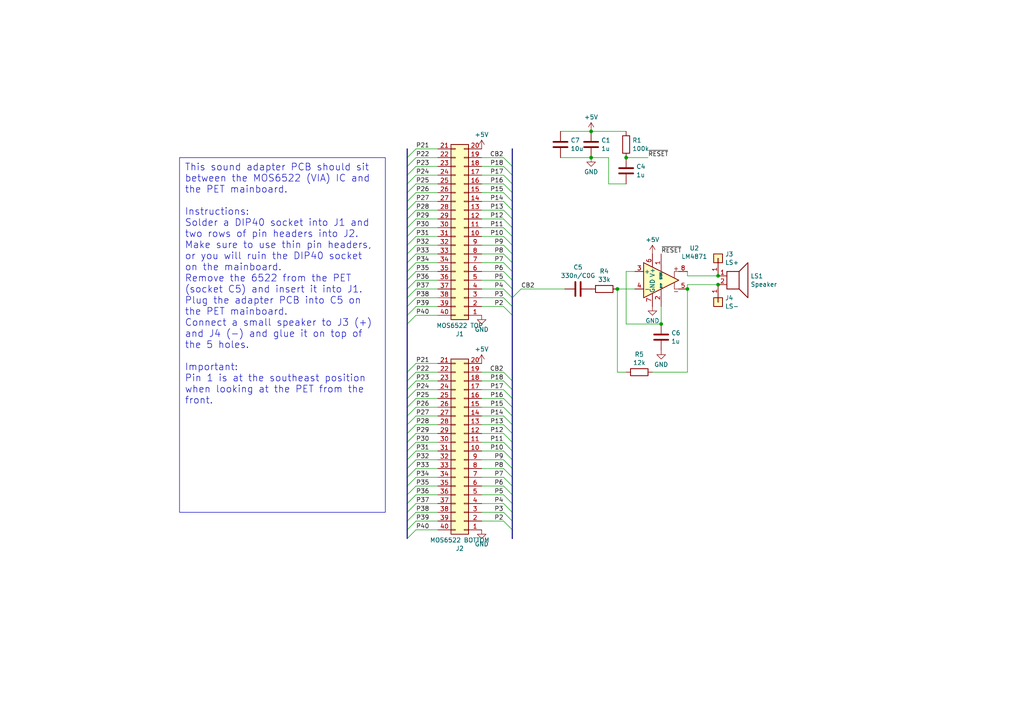
<source format=kicad_sch>
(kicad_sch (version 20230121) (generator eeschema)
  (paper "A4")
  (title_block (title "PET sound adapter") (date "2024-04-10") (rev "2") (company "CCC Basel"))
  (lib_symbols
    (symbol "Amplifier_Audio:LM4990MM" (pin_names (offset 0.127))
      (property "Reference" "U" (at 5.08 7.62 0))
      (property "Value" "LM4990MM" (at 5.08 5.08 0))
      (symbol "LM4990MM_0_1"
        (polyline (pts (xy 3.81 -0.635) (xy 3.81 -2.54) (xy 5.08 -2.54)))
        (polyline (pts (xy 5.08 2.54) (xy 3.81 2.54) (xy 3.81 0.635)))
        (polyline (pts (xy -5.08 5.08) (xy 5.08 0) (xy -5.08 -5.08) (xy -5.08 5.08)) (stroke (width 0.254)) (fill (type background)))
      )
      (symbol "LM4990MM_1_1"
        (polyline (pts (xy 3.81 -3.302) (xy 4.826 -3.302)))
        (polyline (pts (xy 4.318 3.81) (xy 4.318 2.794)))
        (polyline (pts (xy 4.826 3.302) (xy 3.81 3.302)))
        (pin output line (at 0 7.62 270) (length 5.08) (name "~{SHDN}") (number "1"))
        (pin input line (at 0 -7.62 90) (length 5.08) (name "BYP") (number "2"))
        (pin input line (at -7.62 2.54 0) (length 2.54) (name "+") (number "3"))
        (pin input line (at -7.62 -2.54 0) (length 2.54) (name "-") (number "4"))
        (pin output line (at 7.62 -2.54 180) (length 2.54) (name "~") (number "5"))
        (pin power_in line (at -2.54 7.62 270) (length 3.81) (name "V+") (number "6"))
        (pin power_in line (at -2.54 -7.62 90) (length 3.81) (name "GND") (number "7"))
        (pin output line (at 7.62 2.54 180) (length 2.54) (name "~") (number "8"))
      )
    )
    (symbol "Connector_Generic:Conn_01x01" (pin_names (offset 1.016) hide)
      (property "Reference" "J" (at 0 2.54 0))
      (property "Value" "Conn_01x01" (at 0 -2.54 0))
      (symbol "Conn_01x01_1_1"
        (rectangle (start -1.27 0.127) (end 0 -0.127) (stroke (width 0.1524)))
        (rectangle (start -1.27 1.27) (end 1.27 -1.27) (stroke (width 0.254)) (fill (type background)))
        (pin passive line (at -5.08 0 0) (length 3.81) (name "Pin_1") (number "1"))
      )
    )
    (symbol "Connector_Generic:Conn_02x20_Counter_Clockwise" (pin_names (offset 1.016) hide)
      (property "Reference" "J" (at 1.27 25.4 0))
      (property "Value" "Conn_02x20_Counter_Clockwise" (at 1.27 -27.94 0))
      (symbol "Conn_02x20_Counter_Clockwise_1_1"
        (rectangle (start -1.27 -25.273) (end 0 -25.527) (stroke (width 0.1524)))
        (rectangle (start -1.27 -22.733) (end 0 -22.987) (stroke (width 0.1524)))
        (rectangle (start -1.27 -20.193) (end 0 -20.447) (stroke (width 0.1524)))
        (rectangle (start -1.27 -17.653) (end 0 -17.907) (stroke (width 0.1524)))
        (rectangle (start -1.27 -15.113) (end 0 -15.367) (stroke (width 0.1524)))
        (rectangle (start -1.27 -12.573) (end 0 -12.827) (stroke (width 0.1524)))
        (rectangle (start -1.27 -10.033) (end 0 -10.287) (stroke (width 0.1524)))
        (rectangle (start -1.27 -7.493) (end 0 -7.747) (stroke (width 0.1524)))
        (rectangle (start -1.27 -4.953) (end 0 -5.207) (stroke (width 0.1524)))
        (rectangle (start -1.27 -2.413) (end 0 -2.667) (stroke (width 0.1524)))
        (rectangle (start -1.27 0.127) (end 0 -0.127) (stroke (width 0.1524)))
        (rectangle (start -1.27 2.667) (end 0 2.413) (stroke (width 0.1524)))
        (rectangle (start -1.27 5.207) (end 0 4.953) (stroke (width 0.1524)))
        (rectangle (start -1.27 7.747) (end 0 7.493) (stroke (width 0.1524)))
        (rectangle (start -1.27 10.287) (end 0 10.033) (stroke (width 0.1524)))
        (rectangle (start -1.27 12.827) (end 0 12.573) (stroke (width 0.1524)))
        (rectangle (start -1.27 15.367) (end 0 15.113) (stroke (width 0.1524)))
        (rectangle (start -1.27 17.907) (end 0 17.653) (stroke (width 0.1524)))
        (rectangle (start -1.27 20.447) (end 0 20.193) (stroke (width 0.1524)))
        (rectangle (start -1.27 22.987) (end 0 22.733) (stroke (width 0.1524)))
        (rectangle (start -1.27 24.13) (end 3.81 -26.67) (stroke (width 0.254)) (fill (type background)))
        (rectangle (start 3.81 -25.273) (end 2.54 -25.527) (stroke (width 0.1524)))
        (rectangle (start 3.81 -22.733) (end 2.54 -22.987) (stroke (width 0.1524)))
        (rectangle (start 3.81 -20.193) (end 2.54 -20.447) (stroke (width 0.1524)))
        (rectangle (start 3.81 -17.653) (end 2.54 -17.907) (stroke (width 0.1524)))
        (rectangle (start 3.81 -15.113) (end 2.54 -15.367) (stroke (width 0.1524)))
        (rectangle (start 3.81 -12.573) (end 2.54 -12.827) (stroke (width 0.1524)))
        (rectangle (start 3.81 -10.033) (end 2.54 -10.287) (stroke (width 0.1524)))
        (rectangle (start 3.81 -7.493) (end 2.54 -7.747) (stroke (width 0.1524)))
        (rectangle (start 3.81 -4.953) (end 2.54 -5.207) (stroke (width 0.1524)))
        (rectangle (start 3.81 -2.413) (end 2.54 -2.667) (stroke (width 0.1524)))
        (rectangle (start 3.81 0.127) (end 2.54 -0.127) (stroke (width 0.1524)))
        (rectangle (start 3.81 2.667) (end 2.54 2.413) (stroke (width 0.1524)))
        (rectangle (start 3.81 5.207) (end 2.54 4.953) (stroke (width 0.1524)))
        (rectangle (start 3.81 7.747) (end 2.54 7.493) (stroke (width 0.1524)))
        (rectangle (start 3.81 10.287) (end 2.54 10.033) (stroke (width 0.1524)))
        (rectangle (start 3.81 12.827) (end 2.54 12.573) (stroke (width 0.1524)))
        (rectangle (start 3.81 15.367) (end 2.54 15.113) (stroke (width 0.1524)))
        (rectangle (start 3.81 17.907) (end 2.54 17.653) (stroke (width 0.1524)))
        (rectangle (start 3.81 20.447) (end 2.54 20.193) (stroke (width 0.1524)))
        (rectangle (start 3.81 22.987) (end 2.54 22.733) (stroke (width 0.1524)))
        (pin passive line (at -5.08 22.86 0) (length 3.81) (name "Pin_1") (number "1"))
        (pin passive line (at -5.08 0 0) (length 3.81) (name "Pin_10") (number "10"))
        (pin passive line (at -5.08 -2.54 0) (length 3.81) (name "Pin_11") (number "11"))
        (pin passive line (at -5.08 -5.08 0) (length 3.81) (name "Pin_12") (number "12"))
        (pin passive line (at -5.08 -7.62 0) (length 3.81) (name "Pin_13") (number "13"))
        (pin passive line (at -5.08 -10.16 0) (length 3.81) (name "Pin_14") (number "14"))
        (pin passive line (at -5.08 -12.7 0) (length 3.81) (name "Pin_15") (number "15"))
        (pin passive line (at -5.08 -15.24 0) (length 3.81) (name "Pin_16") (number "16"))
        (pin passive line (at -5.08 -17.78 0) (length 3.81) (name "Pin_17") (number "17"))
        (pin passive line (at -5.08 -20.32 0) (length 3.81) (name "Pin_18") (number "18"))
        (pin passive line (at -5.08 -22.86 0) (length 3.81) (name "Pin_19") (number "19"))
        (pin passive line (at -5.08 20.32 0) (length 3.81) (name "Pin_2") (number "2"))
        (pin passive line (at -5.08 -25.4 0) (length 3.81) (name "Pin_20") (number "20"))
        (pin passive line (at 7.62 -25.4 180) (length 3.81) (name "Pin_21") (number "21"))
        (pin passive line (at 7.62 -22.86 180) (length 3.81) (name "Pin_22") (number "22"))
        (pin passive line (at 7.62 -20.32 180) (length 3.81) (name "Pin_23") (number "23"))
        (pin passive line (at 7.62 -17.78 180) (length 3.81) (name "Pin_24") (number "24"))
        (pin passive line (at 7.62 -15.24 180) (length 3.81) (name "Pin_25") (number "25"))
        (pin passive line (at 7.62 -12.7 180) (length 3.81) (name "Pin_26") (number "26"))
        (pin passive line (at 7.62 -10.16 180) (length 3.81) (name "Pin_27") (number "27"))
        (pin passive line (at 7.62 -7.62 180) (length 3.81) (name "Pin_28") (number "28"))
        (pin passive line (at 7.62 -5.08 180) (length 3.81) (name "Pin_29") (number "29"))
        (pin passive line (at -5.08 17.78 0) (length 3.81) (name "Pin_3") (number "3"))
        (pin passive line (at 7.62 -2.54 180) (length 3.81) (name "Pin_30") (number "30"))
        (pin passive line (at 7.62 0 180) (length 3.81) (name "Pin_31") (number "31"))
        (pin passive line (at 7.62 2.54 180) (length 3.81) (name "Pin_32") (number "32"))
        (pin passive line (at 7.62 5.08 180) (length 3.81) (name "Pin_33") (number "33"))
        (pin passive line (at 7.62 7.62 180) (length 3.81) (name "Pin_34") (number "34"))
        (pin passive line (at 7.62 10.16 180) (length 3.81) (name "Pin_35") (number "35"))
        (pin passive line (at 7.62 12.7 180) (length 3.81) (name "Pin_36") (number "36"))
        (pin passive line (at 7.62 15.24 180) (length 3.81) (name "Pin_37") (number "37"))
        (pin passive line (at 7.62 17.78 180) (length 3.81) (name "Pin_38") (number "38"))
        (pin passive line (at 7.62 20.32 180) (length 3.81) (name "Pin_39") (number "39"))
        (pin passive line (at -5.08 15.24 0) (length 3.81) (name "Pin_4") (number "4"))
        (pin passive line (at 7.62 22.86 180) (length 3.81) (name "Pin_40") (number "40"))
        (pin passive line (at -5.08 12.7 0) (length 3.81) (name "Pin_5") (number "5"))
        (pin passive line (at -5.08 10.16 0) (length 3.81) (name "Pin_6") (number "6"))
        (pin passive line (at -5.08 7.62 0) (length 3.81) (name "Pin_7") (number "7"))
        (pin passive line (at -5.08 5.08 0) (length 3.81) (name "Pin_8") (number "8"))
        (pin passive line (at -5.08 2.54 0) (length 3.81) (name "Pin_9") (number "9"))
      )
    )
    (symbol "Device:C" (pin_numbers hide) (pin_names (offset 0.254))
      (property "Reference" "C" (at 0.635 2.54 0))
      (property "Value" "C" (at 0.635 -2.54 0))
      (symbol "C_0_1"
        (polyline (pts (xy -2.032 -0.762) (xy 2.032 -0.762)) (stroke (width 0.508)))
        (polyline (pts (xy -2.032 0.762) (xy 2.032 0.762)) (stroke (width 0.508)))
      )
      (symbol "C_1_1"
        (pin passive line (at 0 3.81 270) (length 2.794) (name "~") (number "1"))
        (pin passive line (at 0 -3.81 90) (length 2.794) (name "~") (number "2"))
      )
    )
    (symbol "Device:R" (pin_numbers hide) (pin_names (offset 0))
      (property "Reference" "R" (at 2.032 0 90))
      (property "Value" "R" (at 0 0 90))
      (symbol "R_0_1"
        (rectangle (start -1.016 -2.54) (end 1.016 2.54) (stroke (width 0.254)))
      )
      (symbol "R_1_1"
        (pin passive line (at 0 3.81 270) (length 1.27) (name "~") (number "1"))
        (pin passive line (at 0 -3.81 90) (length 1.27) (name "~") (number "2"))
      )
    )
    (symbol "Device:Speaker" (pin_names (offset 0) hide)
      (property "Reference" "LS" (at 1.27 5.715 0))
      (property "Value" "Speaker" (at 1.27 3.81 0))
      (symbol "Speaker_0_0"
        (rectangle (start -2.54 1.27) (end 1.016 -3.81) (stroke (width 0.254)))
        (polyline (pts (xy 1.016 1.27) (xy 3.556 3.81) (xy 3.556 -6.35) (xy 1.016 -3.81)) (stroke (width 0.254)))
      )
      (symbol "Speaker_1_1"
        (pin input line (at -5.08 0 0) (length 2.54) (name "1") (number "1"))
        (pin input line (at -5.08 -2.54 0) (length 2.54) (name "2") (number "2"))
      )
    )
    (symbol "power:+5V" (power) (pin_names (offset 0))
      (property "Value" "+5V" (at 0 3.556 0))
      (symbol "+5V_0_1"
        (polyline (pts (xy -0.762 1.27) (xy 0 2.54)))
        (polyline (pts (xy 0 0) (xy 0 2.54)))
        (polyline (pts (xy 0 2.54) (xy 0.762 1.27)))
      )
      (symbol "+5V_1_1"
        (pin power_in line (at 0 0 90) (length 0) hide (name "+5V") (number "1"))
      )
    )
    (symbol "power:GND" (power) (pin_names (offset 0))
      (property "Value" "GND" (at 0 -3.81 0))
      (symbol "GND_0_1"
        (polyline (pts (xy 0 0) (xy 0 -1.27) (xy 1.27 -1.27) (xy 0 -2.54) (xy -1.27 -1.27) (xy 0 -1.27)))
      )
      (symbol "GND_1_1"
        (pin power_in line (at 0 0 270) (length 0) hide (name "GND") (number "1"))
      )
    )
  )
  (junction (at 171.45 45.72))
  (junction (at 171.45 38.1))
  (junction (at 179.07 83.82))
  (junction (at 208.28 82.55))
  (junction (at 199.39 83.82))
  (junction (at 191.77 93.98))
  (junction (at 208.28 80.01))
  (junction (at 181.61 45.72))
  (bus_entry (at 118.11 58.42) (size 2.54 -2.54))
  (bus_entry (at 118.11 50.8) (size 2.54 -2.54))
  (bus_entry (at 118.11 48.26) (size 2.54 -2.54))
  (bus_entry (at 118.11 156.21) (size 2.54 -2.54))
  (bus_entry (at 118.11 123.19) (size 2.54 -2.54))
  (bus_entry (at 118.11 130.81) (size 2.54 -2.54))
  (bus_entry (at 118.11 113.03) (size 2.54 -2.54))
  (bus_entry (at 148.59 48.26) (size -2.54 -2.54))
  (bus_entry (at 118.11 66.04) (size 2.54 -2.54))
  (bus_entry (at 148.59 71.12) (size -2.54 -2.54))
  (bus_entry (at 118.11 128.27) (size 2.54 -2.54))
  (bus_entry (at 118.11 133.35) (size 2.54 -2.54))
  (bus_entry (at 148.59 88.9) (size -2.54 -2.54))
  (bus_entry (at 148.59 143.51) (size -2.54 -2.54))
  (bus_entry (at 118.11 120.65) (size 2.54 -2.54))
  (bus_entry (at 118.11 135.89) (size 2.54 -2.54))
  (bus_entry (at 118.11 107.95) (size 2.54 -2.54))
  (bus_entry (at 148.59 146.05) (size -2.54 -2.54))
  (bus_entry (at 148.59 55.88) (size -2.54 -2.54))
  (bus_entry (at 118.11 78.74) (size 2.54 -2.54))
  (bus_entry (at 118.11 76.2) (size 2.54 -2.54))
  (bus_entry (at 118.11 148.59) (size 2.54 -2.54))
  (bus_entry (at 118.11 63.5) (size 2.54 -2.54))
  (bus_entry (at 148.59 53.34) (size -2.54 -2.54))
  (bus_entry (at 118.11 91.44) (size 2.54 -2.54))
  (bus_entry (at 148.59 86.36) (size 2.54 -2.54))
  (bus_entry (at 118.11 55.88) (size 2.54 -2.54))
  (bus_entry (at 148.59 113.03) (size -2.54 -2.54))
  (bus_entry (at 148.59 91.44) (size -2.54 -2.54))
  (bus_entry (at 118.11 88.9) (size 2.54 -2.54))
  (bus_entry (at 118.11 118.11) (size 2.54 -2.54))
  (bus_entry (at 148.59 153.67) (size -2.54 -2.54))
  (bus_entry (at 118.11 81.28) (size 2.54 -2.54))
  (bus_entry (at 148.59 151.13) (size -2.54 -2.54))
  (bus_entry (at 148.59 68.58) (size -2.54 -2.54))
  (bus_entry (at 118.11 73.66) (size 2.54 -2.54))
  (bus_entry (at 118.11 68.58) (size 2.54 -2.54))
  (bus_entry (at 148.59 63.5) (size -2.54 -2.54))
  (bus_entry (at 148.59 73.66) (size -2.54 -2.54))
  (bus_entry (at 148.59 130.81) (size -2.54 -2.54))
  (bus_entry (at 118.11 115.57) (size 2.54 -2.54))
  (bus_entry (at 118.11 138.43) (size 2.54 -2.54))
  (bus_entry (at 148.59 125.73) (size -2.54 -2.54))
  (bus_entry (at 148.59 115.57) (size -2.54 -2.54))
  (bus_entry (at 148.59 83.82) (size -2.54 -2.54))
  (bus_entry (at 148.59 128.27) (size -2.54 -2.54))
  (bus_entry (at 118.11 71.12) (size 2.54 -2.54))
  (bus_entry (at 148.59 110.49) (size -2.54 -2.54))
  (bus_entry (at 148.59 60.96) (size -2.54 -2.54))
  (bus_entry (at 118.11 45.72) (size 2.54 -2.54))
  (bus_entry (at 118.11 83.82) (size 2.54 -2.54))
  (bus_entry (at 118.11 146.05) (size 2.54 -2.54))
  (bus_entry (at 148.59 133.35) (size -2.54 -2.54))
  (bus_entry (at 118.11 53.34) (size 2.54 -2.54))
  (bus_entry (at 118.11 153.67) (size 2.54 -2.54))
  (bus_entry (at 118.11 110.49) (size 2.54 -2.54))
  (bus_entry (at 148.59 135.89) (size -2.54 -2.54))
  (bus_entry (at 148.59 86.36) (size -2.54 -2.54))
  (bus_entry (at 118.11 143.51) (size 2.54 -2.54))
  (bus_entry (at 118.11 93.98) (size 2.54 -2.54))
  (bus_entry (at 148.59 123.19) (size -2.54 -2.54))
  (bus_entry (at 148.59 78.74) (size -2.54 -2.54))
  (bus_entry (at 118.11 151.13) (size 2.54 -2.54))
  (bus_entry (at 148.59 58.42) (size -2.54 -2.54))
  (bus_entry (at 148.59 66.04) (size -2.54 -2.54))
  (bus_entry (at 148.59 120.65) (size -2.54 -2.54))
  (bus_entry (at 148.59 81.28) (size -2.54 -2.54))
  (bus_entry (at 148.59 50.8) (size -2.54 -2.54))
  (bus_entry (at 118.11 140.97) (size 2.54 -2.54))
  (bus_entry (at 148.59 140.97) (size -2.54 -2.54))
  (bus_entry (at 148.59 76.2) (size -2.54 -2.54))
  (bus_entry (at 118.11 60.96) (size 2.54 -2.54))
  (bus_entry (at 148.59 148.59) (size -2.54 -2.54))
  (bus_entry (at 118.11 125.73) (size 2.54 -2.54))
  (bus_entry (at 148.59 118.11) (size -2.54 -2.54))
  (bus_entry (at 118.11 86.36) (size 2.54 -2.54))
  (bus_entry (at 148.59 138.43) (size -2.54 -2.54))
  (wire (pts (xy 181.61 78.74) (xy 184.15 78.74)))
  (bus (pts (xy 118.11 143.51) (xy 118.11 146.05)))
  (wire (pts (xy 120.65 130.81) (xy 127 130.81)))
  (bus (pts (xy 118.11 138.43) (xy 118.11 140.97)))
  (bus (pts (xy 118.11 50.8) (xy 118.11 53.34)))
  (wire (pts (xy 120.65 118.11) (xy 127 118.11)))
  (wire (pts (xy 146.05 48.26) (xy 139.7 48.26)))
  (bus (pts (xy 118.11 88.9) (xy 118.11 91.44)))
  (bus (pts (xy 148.59 48.26) (xy 148.59 50.8)))
  (bus (pts (xy 148.59 63.5) (xy 148.59 66.04)))
  (wire (pts (xy 191.77 88.9) (xy 191.77 93.98)))
  (wire (pts (xy 181.61 45.72) (xy 187.96 45.72)))
  (wire (pts (xy 146.05 110.49) (xy 139.7 110.49)))
  (bus (pts (xy 118.11 120.65) (xy 118.11 123.19)))
  (bus (pts (xy 148.59 58.42) (xy 148.59 60.96)))
  (bus (pts (xy 148.59 128.27) (xy 148.59 130.81)))
  (bus (pts (xy 148.59 53.34) (xy 148.59 55.88)))
  (bus (pts (xy 118.11 63.5) (xy 118.11 66.04)))
  (wire (pts (xy 120.65 83.82) (xy 127 83.82)))
  (bus (pts (xy 148.59 88.9) (xy 148.59 91.44)))
  (wire (pts (xy 146.05 123.19) (xy 139.7 123.19)))
  (bus (pts (xy 148.59 83.82) (xy 148.59 86.36)))
  (wire (pts (xy 179.07 83.82) (xy 179.07 107.95)))
  (wire (pts (xy 120.65 125.73) (xy 127 125.73)))
  (wire (pts (xy 146.05 130.81) (xy 139.7 130.81)))
  (wire (pts (xy 120.65 53.34) (xy 127 53.34)))
  (wire (pts (xy 120.65 148.59) (xy 127 148.59)))
  (wire (pts (xy 120.65 76.2) (xy 127 76.2)))
  (wire (pts (xy 146.05 86.36) (xy 139.7 86.36)))
  (wire (pts (xy 146.05 76.2) (xy 139.7 76.2)))
  (wire (pts (xy 146.05 73.66) (xy 139.7 73.66)))
  (wire (pts (xy 146.05 146.05) (xy 139.7 146.05)))
  (wire (pts (xy 120.65 73.66) (xy 127 73.66)))
  (wire (pts (xy 120.65 151.13) (xy 127 151.13)))
  (bus (pts (xy 118.11 115.57) (xy 118.11 118.11)))
  (wire (pts (xy 120.65 113.03) (xy 127 113.03)))
  (wire (pts (xy 120.65 105.41) (xy 127 105.41)))
  (wire (pts (xy 120.65 66.04) (xy 127 66.04)))
  (wire (pts (xy 120.65 135.89) (xy 127 135.89)))
  (bus (pts (xy 118.11 43.18) (xy 118.11 45.72)))
  (bus (pts (xy 118.11 148.59) (xy 118.11 151.13)))
  (bus (pts (xy 148.59 143.51) (xy 148.59 146.05)))
  (bus (pts (xy 118.11 151.13) (xy 118.11 153.67)))
  (wire (pts (xy 146.05 71.12) (xy 139.7 71.12)))
  (wire (pts (xy 120.65 143.51) (xy 127 143.51)))
  (bus (pts (xy 148.59 66.04) (xy 148.59 68.58)))
  (wire (pts (xy 146.05 68.58) (xy 139.7 68.58)))
  (bus (pts (xy 148.59 81.28) (xy 148.59 83.82)))
  (bus (pts (xy 148.59 140.97) (xy 148.59 143.51)))
  (bus (pts (xy 118.11 58.42) (xy 118.11 60.96)))
  (bus (pts (xy 118.11 135.89) (xy 118.11 138.43)))
  (wire (pts (xy 120.65 58.42) (xy 127 58.42)))
  (wire (pts (xy 146.05 118.11) (xy 139.7 118.11)))
  (wire (pts (xy 146.05 45.72) (xy 139.7 45.72)))
  (bus (pts (xy 148.59 78.74) (xy 148.59 81.28)))
  (bus (pts (xy 148.59 148.59) (xy 148.59 151.13)))
  (bus (pts (xy 148.59 125.73) (xy 148.59 128.27)))
  (bus (pts (xy 118.11 71.12) (xy 118.11 73.66)))
  (bus (pts (xy 118.11 146.05) (xy 118.11 148.59)))
  (wire (pts (xy 162.56 45.72) (xy 171.45 45.72)))
  (wire (pts (xy 146.05 133.35) (xy 139.7 133.35)))
  (wire (pts (xy 146.05 128.27) (xy 139.7 128.27)))
  (bus (pts (xy 118.11 60.96) (xy 118.11 63.5)))
  (bus (pts (xy 118.11 55.88) (xy 118.11 58.42)))
  (wire (pts (xy 120.65 138.43) (xy 127 138.43)))
  (wire (pts (xy 146.05 115.57) (xy 139.7 115.57)))
  (bus (pts (xy 118.11 130.81) (xy 118.11 133.35)))
  (wire (pts (xy 146.05 88.9) (xy 139.7 88.9)))
  (bus (pts (xy 148.59 151.13) (xy 148.59 153.67)))
  (wire (pts (xy 146.05 138.43) (xy 139.7 138.43)))
  (bus (pts (xy 148.59 123.19) (xy 148.59 125.73)))
  (wire (pts (xy 176.53 45.72) (xy 176.53 53.34)))
  (wire (pts (xy 120.65 50.8) (xy 127 50.8)))
  (wire (pts (xy 146.05 60.96) (xy 139.7 60.96)))
  (wire (pts (xy 120.65 115.57) (xy 127 115.57)))
  (wire (pts (xy 146.05 140.97) (xy 139.7 140.97)))
  (wire (pts (xy 146.05 55.88) (xy 139.7 55.88)))
  (wire (pts (xy 146.05 83.82) (xy 139.7 83.82)))
  (bus (pts (xy 148.59 115.57) (xy 148.59 118.11)))
  (wire (pts (xy 191.77 93.98) (xy 181.61 93.98)))
  (bus (pts (xy 118.11 83.82) (xy 118.11 86.36)))
  (bus (pts (xy 148.59 133.35) (xy 148.59 135.89)))
  (wire (pts (xy 146.05 58.42) (xy 139.7 58.42)))
  (wire (pts (xy 120.65 110.49) (xy 127 110.49)))
  (wire (pts (xy 120.65 81.28) (xy 127 81.28)))
  (wire (pts (xy 171.45 45.72) (xy 176.53 45.72)))
  (bus (pts (xy 148.59 68.58) (xy 148.59 71.12)))
  (bus (pts (xy 118.11 45.72) (xy 118.11 48.26)))
  (bus (pts (xy 118.11 91.44) (xy 118.11 93.98)))
  (bus (pts (xy 118.11 125.73) (xy 118.11 128.27)))
  (bus (pts (xy 148.59 50.8) (xy 148.59 53.34)))
  (wire (pts (xy 146.05 78.74) (xy 139.7 78.74)))
  (wire (pts (xy 199.39 80.01) (xy 199.39 78.74)))
  (bus (pts (xy 148.59 138.43) (xy 148.59 140.97)))
  (bus (pts (xy 118.11 128.27) (xy 118.11 130.81)))
  (wire (pts (xy 120.65 78.74) (xy 127 78.74)))
  (bus (pts (xy 118.11 140.97) (xy 118.11 143.51)))
  (wire (pts (xy 120.65 71.12) (xy 127 71.12)))
  (wire (pts (xy 146.05 66.04) (xy 139.7 66.04)))
  (wire (pts (xy 171.45 38.1) (xy 181.61 38.1)))
  (wire (pts (xy 120.65 91.44) (xy 127 91.44)))
  (wire (pts (xy 179.07 107.95) (xy 181.61 107.95)))
  (bus (pts (xy 118.11 153.67) (xy 118.11 156.21)))
  (bus (pts (xy 118.11 78.74) (xy 118.11 81.28)))
  (wire (pts (xy 120.65 63.5) (xy 127 63.5)))
  (bus (pts (xy 148.59 91.44) (xy 148.59 110.49)))
  (bus (pts (xy 148.59 55.88) (xy 148.59 58.42)))
  (wire (pts (xy 176.53 53.34) (xy 181.61 53.34)))
  (bus (pts (xy 148.59 86.36) (xy 148.59 88.9)))
  (wire (pts (xy 199.39 80.01) (xy 208.28 80.01)))
  (bus (pts (xy 118.11 110.49) (xy 118.11 113.03)))
  (bus (pts (xy 118.11 68.58) (xy 118.11 71.12)))
  (bus (pts (xy 118.11 81.28) (xy 118.11 83.82)))
  (wire (pts (xy 120.65 45.72) (xy 127 45.72)))
  (bus (pts (xy 118.11 73.66) (xy 118.11 76.2)))
  (bus (pts (xy 118.11 118.11) (xy 118.11 120.65)))
  (bus (pts (xy 118.11 93.98) (xy 118.11 107.95)))
  (bus (pts (xy 148.59 60.96) (xy 148.59 63.5)))
  (bus (pts (xy 148.59 73.66) (xy 148.59 76.2)))
  (wire (pts (xy 146.05 148.59) (xy 139.7 148.59)))
  (wire (pts (xy 120.65 68.58) (xy 127 68.58)))
  (bus (pts (xy 118.11 48.26) (xy 118.11 50.8)))
  (wire (pts (xy 146.05 113.03) (xy 139.7 113.03)))
  (bus (pts (xy 118.11 107.95) (xy 118.11 110.49)))
  (wire (pts (xy 120.65 107.95) (xy 127 107.95)))
  (bus (pts (xy 148.59 120.65) (xy 148.59 123.19)))
  (wire (pts (xy 146.05 63.5) (xy 139.7 63.5)))
  (bus (pts (xy 118.11 133.35) (xy 118.11 135.89)))
  (wire (pts (xy 146.05 143.51) (xy 139.7 143.51)))
  (bus (pts (xy 118.11 53.34) (xy 118.11 55.88)))
  (wire (pts (xy 120.65 86.36) (xy 127 86.36)))
  (bus (pts (xy 148.59 110.49) (xy 148.59 113.03)))
  (bus (pts (xy 118.11 66.04) (xy 118.11 68.58)))
  (wire (pts (xy 184.15 83.82) (xy 179.07 83.82)))
  (wire (pts (xy 189.23 107.95) (xy 199.39 107.95)))
  (bus (pts (xy 148.59 118.11) (xy 148.59 120.65)))
  (wire (pts (xy 120.65 48.26) (xy 127 48.26)))
  (wire (pts (xy 120.65 140.97) (xy 127 140.97)))
  (wire (pts (xy 120.65 43.18) (xy 127 43.18)))
  (wire (pts (xy 120.65 60.96) (xy 127 60.96)))
  (bus (pts (xy 118.11 86.36) (xy 118.11 88.9)))
  (wire (pts (xy 120.65 133.35) (xy 127 133.35)))
  (wire (pts (xy 120.65 146.05) (xy 127 146.05)))
  (bus (pts (xy 148.59 113.03) (xy 148.59 115.57)))
  (wire (pts (xy 120.65 128.27) (xy 127 128.27)))
  (bus (pts (xy 148.59 71.12) (xy 148.59 73.66)))
  (wire (pts (xy 146.05 50.8) (xy 139.7 50.8)))
  (wire (pts (xy 146.05 125.73) (xy 139.7 125.73)))
  (bus (pts (xy 148.59 76.2) (xy 148.59 78.74)))
  (bus (pts (xy 148.59 43.18) (xy 148.59 48.26)))
  (wire (pts (xy 120.65 120.65) (xy 127 120.65)))
  (bus (pts (xy 148.59 146.05) (xy 148.59 148.59)))
  (wire (pts (xy 146.05 120.65) (xy 139.7 120.65)))
  (wire (pts (xy 162.56 38.1) (xy 171.45 38.1)))
  (wire (pts (xy 120.65 123.19) (xy 127 123.19)))
  (wire (pts (xy 151.13 83.82) (xy 163.83 83.82)))
  (bus (pts (xy 148.59 130.81) (xy 148.59 133.35)))
  (wire (pts (xy 120.65 88.9) (xy 127 88.9)))
  (bus (pts (xy 148.59 153.67) (xy 148.59 156.21)))
  (bus (pts (xy 118.11 123.19) (xy 118.11 125.73)))
  (wire (pts (xy 181.61 93.98) (xy 181.61 78.74)))
  (wire (pts (xy 146.05 53.34) (xy 139.7 53.34)))
  (wire (pts (xy 146.05 107.95) (xy 139.7 107.95)))
  (wire (pts (xy 120.65 153.67) (xy 127 153.67)))
  (bus (pts (xy 118.11 113.03) (xy 118.11 115.57)))
  (bus (pts (xy 148.59 135.89) (xy 148.59 138.43)))
  (wire (pts (xy 199.39 107.95) (xy 199.39 83.82)))
  (wire (pts (xy 208.28 82.55) (xy 199.39 82.55)))
  (wire (pts (xy 146.05 151.13) (xy 139.7 151.13)))
  (wire (pts (xy 199.39 82.55) (xy 199.39 83.82)))
  (wire (pts (xy 146.05 135.89) (xy 139.7 135.89)))
  (bus (pts (xy 118.11 76.2) (xy 118.11 78.74)))
  (wire (pts (xy 146.05 81.28) (xy 139.7 81.28)))
  (wire (pts (xy 120.65 55.88) (xy 127 55.88)))
  (text_box "This sound adapter PCB should sit between the MOS6522 (VIA) IC and the PET mainboard.\n\nInstructions:\nSolder a DIP40 socket into J1 and two rows of pin headers into J2.\nMake sure to use thin pin headers, or you will ruin the DIP40 socket on the mainboard.\nRemove the 6522 from the PET (socket C5) and insert it into J1.\nPlug the adapter PCB into C5 on the PET mainboard.\nConnect a small speaker to J3 (+) and J4 (-) and glue it on top of the 5 holes.\n\nImportant:\nPin 1 is at the southeast position when looking at the PET from the front.\n" (at 52.07 45.72 0) (size 59.69 102.87) (effects (font (size 2 2)) (justify left top)))
  (label "P27" (at 120.65 120.65 0))
  (label "P21" (at 120.65 105.41 0))
  (label "P17" (at 146.05 50.8 180))
  (label "P15" (at 146.05 118.11 180))
  (label "~{RESET}" (at 191.77 73.66 0))
  (label "P35" (at 120.65 78.74 0))
  (label "P29" (at 120.65 63.5 0))
  (label "P25" (at 120.65 115.57 0))
  (label "P2" (at 146.05 88.9 180))
  (label "P13" (at 146.05 60.96 180))
  (label "P36" (at 120.65 81.28 0))
  (label "CB2" (at 146.05 45.72 180))
  (label "P38" (at 120.65 86.36 0))
  (label "P39" (at 120.65 151.13 0))
  (label "P23" (at 120.65 48.26 0))
  (label "P10" (at 146.05 68.58 180))
  (label "P39" (at 120.65 88.9 0))
  (label "P12" (at 146.05 63.5 180))
  (label "P6" (at 146.05 140.97 180))
  (label "P40" (at 120.65 91.44 0))
  (label "P4" (at 146.05 146.05 180))
  (label "P31" (at 120.65 68.58 0))
  (label "P16" (at 146.05 115.57 180))
  (label "P13" (at 146.05 123.19 180))
  (label "P33" (at 120.65 73.66 0))
  (label "P36" (at 120.65 143.51 0))
  (label "P28" (at 120.65 123.19 0))
  (label "P14" (at 146.05 58.42 180))
  (label "P18" (at 146.05 110.49 180))
  (label "P26" (at 120.65 55.88 0))
  (label "P8" (at 146.05 73.66 180))
  (label "P23" (at 120.65 110.49 0))
  (label "P26" (at 120.65 118.11 0))
  (label "P30" (at 120.65 66.04 0))
  (label "P7" (at 146.05 138.43 180))
  (label "P27" (at 120.65 58.42 0))
  (label "CB2" (at 146.05 107.95 180))
  (label "P31" (at 120.65 130.81 0))
  (label "P37" (at 120.65 146.05 0))
  (label "P2" (at 146.05 151.13 180))
  (label "P32" (at 120.65 133.35 0))
  (label "P3" (at 146.05 86.36 180))
  (label "P21" (at 120.65 43.18 0))
  (label "P7" (at 146.05 76.2 180))
  (label "P25" (at 120.65 53.34 0))
  (label "P11" (at 146.05 66.04 180))
  (label "P17" (at 146.05 113.03 180))
  (label "P22" (at 120.65 107.95 0))
  (label "P29" (at 120.65 125.73 0))
  (label "P6" (at 146.05 78.74 180))
  (label "P32" (at 120.65 71.12 0))
  (label "P28" (at 120.65 60.96 0))
  (label "P30" (at 120.65 128.27 0))
  (label "P3" (at 146.05 148.59 180))
  (label "P12" (at 146.05 125.73 180))
  (label "P4" (at 146.05 83.82 180))
  (label "P5" (at 146.05 81.28 180))
  (label "P15" (at 146.05 55.88 180))
  (label "P16" (at 146.05 53.34 180))
  (label "P37" (at 120.65 83.82 0))
  (label "P34" (at 120.65 138.43 0))
  (label "P8" (at 146.05 135.89 180))
  (label "P33" (at 120.65 135.89 0))
  (label "P24" (at 120.65 50.8 0))
  (label "P5" (at 146.05 143.51 180))
  (label "P9" (at 146.05 71.12 180))
  (label "P10" (at 146.05 130.81 180))
  (label "P18" (at 146.05 48.26 180))
  (label "P38" (at 120.65 148.59 0))
  (label "~{RESET}" (at 187.96 45.72 0))
  (label "P24" (at 120.65 113.03 0))
  (label "P14" (at 146.05 120.65 180))
  (label "CB2" (at 151.13 83.82 0))
  (label "P11" (at 146.05 128.27 180))
  (label "P22" (at 120.65 45.72 0))
  (label "P34" (at 120.65 76.2 0))
  (label "P40" (at 120.65 153.67 0))
  (label "P35" (at 120.65 140.97 0))
  (label "P9" (at 146.05 133.35 180))
  (symbol (lib_id "power:GND") (at 189.23 88.9 0) (unit 1)
    (property "Reference" "#PWR07" (effects hide))
    (property "Value" "GND" (at 189.23 93.0331 0))
  )
  (symbol (lib_id "Connector_Generic:Conn_02x20_Counter_Clockwise") (at 134.62 68.58 180) (unit 1)
    (property "Reference" "J1" (at 133.35 96.8543 0))
    (property "Value" "MOS6522 TOP" (at 133.35 94.4301 0))
    (property "Footprint" "Package_DIP:DIP-40_W15.24mm_LongPads" (effects hide))
  )
  (symbol (lib_id "Device:C") (at 181.61 49.53 180) (unit 1)
    (property "Reference" "C4" (at 184.531 48.3179 0) (effects (justify right)))
    (property "Value" "1u" (at 184.531 50.7421 0) (effects (justify right)))
    (property "Footprint" "Capacitor_SMD:C_0805_2012Metric" (effects hide))
  )
  (symbol (lib_id "Device:C") (at 171.45 41.91 0) (unit 1)
    (property "Reference" "C1" (at 174.371 40.6979 0) (effects (justify left)))
    (property "Value" "1u" (at 174.371 43.1221 0) (effects (justify left)))
    (property "Footprint" "Capacitor_SMD:C_0805_2012Metric" (effects hide))
  )
  (symbol (lib_id "Connector_Generic:Conn_02x20_Counter_Clockwise") (at 134.62 130.81 180) (unit 1)
    (property "Reference" "J2" (at 133.35 159.0843 0))
    (property "Value" "MOS6522 BOTTOM" (at 133.35 156.6601 0))
    (property "Footprint" "Package_DIP:DIP-40_W15.24mm_LongPads" (effects hide))
  )
  (symbol (lib_id "Device:C") (at 167.64 83.82 90) (unit 1)
    (property "Reference" "C5" (at 167.64 77.5167 90))
    (property "Value" "330n/C0G" (at 167.64 79.9409 90))
    (property "Footprint" "Capacitor_SMD:C_1206_3216Metric" (effects hide))
  )
  (symbol (lib_id "power:+5V") (at 171.45 38.1 0) (unit 1)
    (property "Reference" "#PWR03" (effects hide))
    (property "Value" "+5V" (at 171.45 33.9669 0))
  )
  (symbol (lib_id "power:GND") (at 139.7 153.67 0) (unit 1)
    (property "Reference" "#PWR09" (effects hide))
    (property "Value" "GND" (at 139.7 157.8031 0))
  )
  (symbol (lib_id "Amplifier_Audio:LM4990MM") (at 191.77 81.28 0) (unit 1)
    (property "Reference" "U2" (at 201.3819 71.9856 0))
    (property "Value" "LM4871" (at 201.3819 74.4098 0))
    (property "Footprint" "Package_SO:SOIC-8_3.9x4.9mm_P1.27mm" (effects hide))
    (property "Datasheet" "http://www.ti.com/lit/ds/symlink/lm4990.pdf" (effects hide))
    (property "Alternate" "PAM8302AAD" (effects hide))
  )
  (symbol (lib_id "power:GND") (at 191.77 101.6 0) (unit 1)
    (property "Reference" "#PWR011" (effects hide))
    (property "Value" "GND" (at 191.77 105.7331 0))
  )
  (symbol (lib_id "power:GND") (at 139.7 91.44 0) (unit 1)
    (property "Reference" "#PWR02" (effects hide))
    (property "Value" "GND" (at 139.7 95.5731 0))
  )
  (symbol (lib_id "Device:R") (at 185.42 107.95 90) (unit 1)
    (property "Reference" "R5" (at 185.42 102.7897 90))
    (property "Value" "12k" (at 185.42 105.2139 90))
    (property "Footprint" "Resistor_SMD:R_0805_2012Metric" (effects hide))
  )
  (symbol (lib_id "power:GND") (at 171.45 45.72 0) (unit 1)
    (property "Reference" "#PWR04" (effects hide))
    (property "Value" "GND" (at 171.45 49.8531 0))
  )
  (symbol (lib_id "Device:C") (at 191.77 97.79 180) (unit 1)
    (property "Reference" "C6" (at 194.691 96.5779 0) (effects (justify right)))
    (property "Value" "1u" (at 194.691 99.0021 0) (effects (justify right)))
    (property "Footprint" "Capacitor_SMD:C_0805_2012Metric" (effects hide))
  )
  (symbol (lib_id "Device:Speaker") (at 213.36 80.01 0) (unit 1) (on_board no)
    (property "Reference" "LS1" (at 217.678 80.0679 0) (effects (justify left)))
    (property "Value" "Speaker" (at 217.678 82.4921 0) (effects (justify left)))
    (property "Footprint" "Connector_PinHeader_2.54mm:PinHeader_1x02_P2.54mm_Vertical" (effects hide))
  )
  (symbol (lib_id "Device:R") (at 175.26 83.82 90) (unit 1)
    (property "Reference" "R4" (at 175.26 78.6597 90))
    (property "Value" "33k" (at 175.26 81.0839 90))
    (property "Footprint" "Resistor_SMD:R_0805_2012Metric" (effects hide))
  )
  (symbol (lib_id "Connector_Generic:Conn_01x01") (at 208.28 74.93 90) (unit 1)
    (property "Reference" "J3" (at 210.312 73.7179 90) (effects (justify right)))
    (property "Value" "LS+" (at 210.312 76.1421 90) (effects (justify right)))
    (property "Footprint" "Connector_Pin:Pin_D1.0mm_L10.0mm" (effects hide))
  )
  (symbol (lib_id "power:+5V") (at 139.7 43.18 0) (unit 1)
    (property "Reference" "#PWR01" (effects hide))
    (property "Value" "+5V" (at 139.7 39.0469 0))
  )
  (symbol (lib_id "power:+5V") (at 189.23 73.66 0) (unit 1)
    (property "Reference" "#PWR012" (effects hide))
    (property "Value" "+5V" (at 189.23 69.5269 0))
  )
  (symbol (lib_id "Device:C") (at 162.56 41.91 0) (unit 1)
    (property "Reference" "C7" (at 165.481 40.6979 0) (effects (justify left)))
    (property "Value" "10u" (at 165.481 43.1221 0) (effects (justify left)))
    (property "Footprint" "Capacitor_SMD:C_0805_2012Metric" (effects hide))
  )
  (symbol (lib_id "Device:R") (at 181.61 41.91 0) (unit 1)
    (property "Reference" "R1" (at 183.388 40.6979 0) (effects (justify left)))
    (property "Value" "100k" (at 183.388 43.1221 0) (effects (justify left)))
    (property "Footprint" "Resistor_SMD:R_0805_2012Metric" (effects hide))
  )
  (symbol (lib_id "power:+5V") (at 139.7 105.41 0) (unit 1)
    (property "Reference" "#PWR08" (effects hide))
    (property "Value" "+5V" (at 139.7 101.2769 0))
  )
  (symbol (lib_id "Connector_Generic:Conn_01x01") (at 208.28 87.63 270) (unit 1)
    (property "Reference" "J4" (at 210.312 86.4179 90) (effects (justify left)))
    (property "Value" "LS-" (at 210.312 88.8421 90) (effects (justify left)))
    (property "Footprint" "Connector_Pin:Pin_D1.0mm_L10.0mm" (effects hide))
  )
)
</source>
